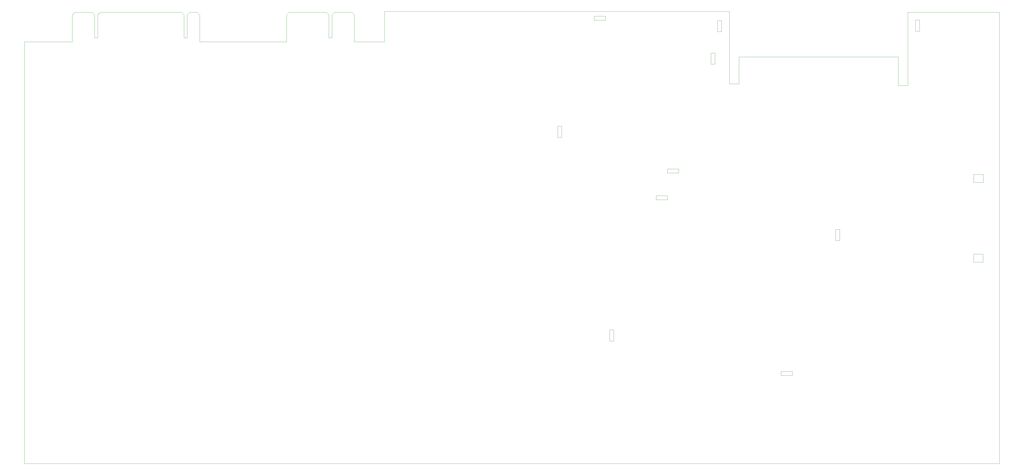
<source format=gbr>
G04 #@! TF.GenerationSoftware,KiCad,Pcbnew,5.1.4-e60b266~84~ubuntu16.04.1*
G04 #@! TF.CreationDate,2019-10-15T19:08:20+02:00*
G04 #@! TF.ProjectId,KU-14194HB-REV-B-KiCad,4b552d31-3431-4393-9448-422d5245562d,1.1*
G04 #@! TF.SameCoordinates,Original*
G04 #@! TF.FileFunction,Profile,NP*
%FSLAX46Y46*%
G04 Gerber Fmt 4.6, Leading zero omitted, Abs format (unit mm)*
G04 Created by KiCad (PCBNEW 5.1.4-e60b266~84~ubuntu16.04.1) date 2019-10-15 19:08:20*
%MOMM*%
%LPD*%
G04 APERTURE LIST*
%ADD10C,0.100000*%
%ADD11C,0.050000*%
G04 APERTURE END LIST*
D10*
X82296000Y-46355000D02*
X85407500Y-46355000D01*
X80073500Y-47307500D02*
X79121000Y-46355000D01*
X81343500Y-47307500D02*
X82296000Y-46355000D01*
X81343500Y-56515000D02*
X81343500Y-47307500D01*
X80073500Y-56515000D02*
X81343500Y-56515000D01*
X80073500Y-47307500D02*
X80073500Y-56515000D01*
D11*
X243586000Y-49466500D02*
X243586000Y-47879000D01*
X248031000Y-49466500D02*
X243586000Y-49466500D01*
X248031000Y-47879000D02*
X248031000Y-49466500D01*
X243586000Y-47879000D02*
X248031000Y-47879000D01*
X272796000Y-110426500D02*
X272796000Y-108839000D01*
X277241000Y-110426500D02*
X272796000Y-110426500D01*
X277241000Y-110426500D02*
X277241000Y-108839000D01*
X272796000Y-108839000D02*
X277241000Y-108839000D01*
D10*
X249713800Y-173037500D02*
X251301200Y-173037500D01*
X251301200Y-173037500D02*
X251301200Y-177482500D01*
X251301200Y-177482500D02*
X249713800Y-177482500D01*
X249713800Y-177482500D02*
X249713800Y-173037500D01*
X322534200Y-189638900D02*
X322534200Y-191226400D01*
X322534200Y-191226400D02*
X318089200Y-191226400D01*
X318089200Y-191226400D02*
X318089200Y-189638900D01*
X318089200Y-189638900D02*
X322534200Y-189638900D01*
X272739300Y-119497700D02*
X272739300Y-121085200D01*
X272739300Y-121085200D02*
X268294300Y-121085200D01*
X268294300Y-121085200D02*
X268294300Y-119497700D01*
X268294300Y-119497700D02*
X272739300Y-119497700D01*
X16510000Y-58102500D02*
X35560000Y-58102500D01*
X35560000Y-58102500D02*
X35560000Y-47307500D01*
X35560000Y-47307500D02*
X36512500Y-46355000D01*
X36512500Y-46355000D02*
X43497500Y-46355000D01*
X43497500Y-46355000D02*
X44450000Y-47307500D01*
X44450000Y-47307500D02*
X44450000Y-56515000D01*
X44450000Y-56515000D02*
X45720000Y-56515000D01*
X45720000Y-56515000D02*
X45720000Y-47307500D01*
X45720000Y-47307500D02*
X46672500Y-46355000D01*
X46672500Y-46355000D02*
X79121000Y-46355000D01*
X85407500Y-46355000D02*
X86360000Y-47307500D01*
X86360000Y-47307500D02*
X86360000Y-58102500D01*
X86360000Y-58102500D02*
X120967500Y-58102500D01*
X120967500Y-58102500D02*
X120967500Y-47307500D01*
X120967500Y-47307500D02*
X121920000Y-46355000D01*
X121920000Y-46355000D02*
X136842500Y-46355000D01*
X136842500Y-46355000D02*
X137795000Y-47307500D01*
X137795000Y-47307500D02*
X137795000Y-56515000D01*
X137795000Y-56515000D02*
X139065000Y-56515000D01*
X139065000Y-56515000D02*
X139065000Y-47307500D01*
X139065000Y-47307500D02*
X140017500Y-46355000D01*
X140017500Y-46355000D02*
X147002500Y-46355000D01*
X147002500Y-46355000D02*
X147955000Y-47307500D01*
X147955000Y-47307500D02*
X147955000Y-58102500D01*
X147955000Y-58102500D02*
X160020000Y-58102500D01*
X160020000Y-58102500D02*
X160020000Y-46037500D01*
X160020000Y-46037500D02*
X297497500Y-46037500D01*
X297497500Y-46037500D02*
X297497500Y-74930000D01*
X297497500Y-74930000D02*
X301307500Y-74930000D01*
X301307500Y-74930000D02*
X301307500Y-64135000D01*
X301307500Y-64135000D02*
X364807500Y-64135000D01*
X364807500Y-64135000D02*
X364807500Y-75565000D01*
X364807500Y-75565000D02*
X368617500Y-75565000D01*
X368617500Y-75565000D02*
X368617500Y-46355000D01*
X368617500Y-46355000D02*
X405130000Y-46355000D01*
X405130000Y-46355000D02*
X405130000Y-226377500D01*
X405130000Y-226377500D02*
X16510000Y-226377500D01*
X16510000Y-226377500D02*
X16510000Y-58102500D01*
X339842800Y-132960900D02*
X341430400Y-132960900D01*
X341430400Y-132960900D02*
X341430400Y-137405900D01*
X341430400Y-137405900D02*
X339842800Y-137405900D01*
X339842800Y-137405900D02*
X339842800Y-132960900D01*
X394780200Y-142829400D02*
X398590200Y-142829400D01*
X398590200Y-142829400D02*
X398590200Y-146004400D01*
X398590200Y-146004400D02*
X394780200Y-146004400D01*
X394780200Y-146004400D02*
X394780200Y-142829400D01*
X394818200Y-111025800D02*
X398628200Y-111025800D01*
X398628200Y-111025800D02*
X398628200Y-114200800D01*
X398628200Y-114200800D02*
X394818200Y-114200800D01*
X394818200Y-114200800D02*
X394818200Y-111025800D01*
X229051700Y-91759200D02*
X230639200Y-91759200D01*
X230639200Y-91759200D02*
X230639200Y-96204200D01*
X230639200Y-96204200D02*
X229051700Y-96204200D01*
X229051700Y-96204200D02*
X229051700Y-91759200D01*
X290139400Y-62595200D02*
X291727000Y-62595200D01*
X291727000Y-62595200D02*
X291727000Y-67040200D01*
X291727000Y-67040200D02*
X290139400Y-67040200D01*
X290139400Y-67040200D02*
X290139400Y-62595200D01*
X292761600Y-49634400D02*
X294349000Y-49634400D01*
X294349000Y-49634400D02*
X294349000Y-54079400D01*
X294349000Y-54079400D02*
X292761600Y-54079400D01*
X292761600Y-54079400D02*
X292761600Y-49634400D01*
X371670600Y-49416500D02*
X373258100Y-49416500D01*
X373258100Y-49416500D02*
X373258100Y-53861500D01*
X373258100Y-53861500D02*
X371670600Y-53861500D01*
X371670600Y-53861500D02*
X371670600Y-49416500D01*
M02*

</source>
